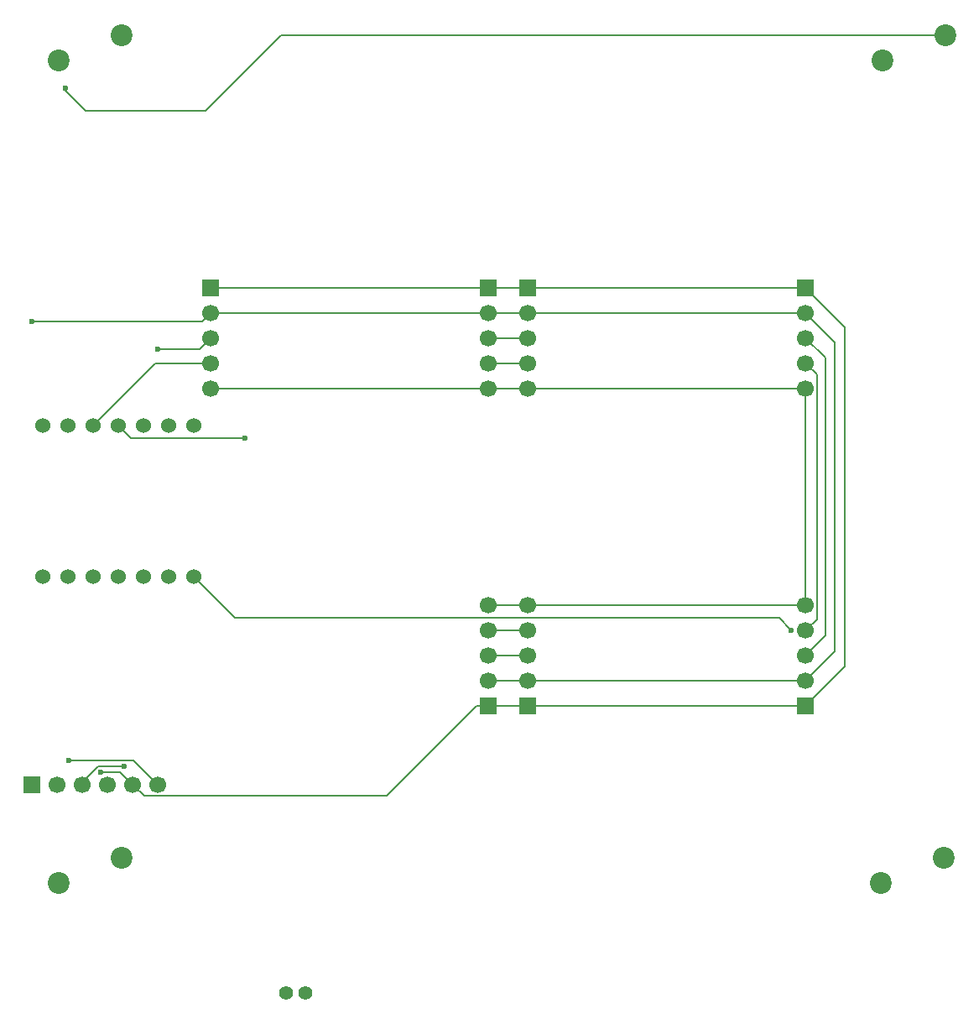
<source format=gbr>
%TF.GenerationSoftware,KiCad,Pcbnew,9.0.4*%
%TF.CreationDate,2025-08-31T14:54:26-04:00*%
%TF.ProjectId,wordclock,776f7264-636c-46f6-936b-2e6b69636164,rev?*%
%TF.SameCoordinates,Original*%
%TF.FileFunction,Copper,L1,Top*%
%TF.FilePolarity,Positive*%
%FSLAX46Y46*%
G04 Gerber Fmt 4.6, Leading zero omitted, Abs format (unit mm)*
G04 Created by KiCad (PCBNEW 9.0.4) date 2025-08-31 14:54:26*
%MOMM*%
%LPD*%
G01*
G04 APERTURE LIST*
%TA.AperFunction,ComponentPad*%
%ADD10R,1.700000X1.700000*%
%TD*%
%TA.AperFunction,ComponentPad*%
%ADD11C,1.700000*%
%TD*%
%TA.AperFunction,ComponentPad*%
%ADD12C,2.200000*%
%TD*%
%TA.AperFunction,ComponentPad*%
%ADD13C,1.400000*%
%TD*%
%TA.AperFunction,ComponentPad*%
%ADD14C,1.524000*%
%TD*%
%TA.AperFunction,ViaPad*%
%ADD15C,0.600000*%
%TD*%
%TA.AperFunction,Conductor*%
%ADD16C,0.200000*%
%TD*%
G04 APERTURE END LIST*
D10*
%TO.P,J4,1,Pin_1*%
%TO.N,+3V3*%
X170500000Y-73960000D03*
D11*
%TO.P,J4,2,Pin_2*%
%TO.N,GND*%
X170500000Y-76500000D03*
%TO.P,J4,3,Pin_3*%
%TO.N,DIN3*%
X170500000Y-79040000D03*
%TO.P,J4,4,Pin_4*%
%TO.N,CS3*%
X170500000Y-81580000D03*
%TO.P,J4,5,Pin_5*%
%TO.N,CLK*%
X170500000Y-84120000D03*
%TD*%
D10*
%TO.P,J5,1,Pin_1*%
%TO.N,+3V3*%
X142500000Y-116160000D03*
D11*
%TO.P,J5,2,Pin_2*%
%TO.N,GND*%
X142500000Y-113620000D03*
%TO.P,J5,3,Pin_3*%
%TO.N,DIN4*%
X142500000Y-111080000D03*
%TO.P,J5,4,Pin_4*%
%TO.N,CS4*%
X142500000Y-108540000D03*
%TO.P,J5,5,Pin_5*%
%TO.N,CLK*%
X142500000Y-106000000D03*
%TD*%
D10*
%TO.P,J6,1,Pin_1*%
%TO.N,+3V3*%
X142500000Y-73960000D03*
D11*
%TO.P,J6,2,Pin_2*%
%TO.N,GND*%
X142500000Y-76500000D03*
%TO.P,J6,3,Pin_3*%
%TO.N,DIN2*%
X142500000Y-79040000D03*
%TO.P,J6,4,Pin_4*%
%TO.N,CS2*%
X142500000Y-81580000D03*
%TO.P,J6,5,Pin_5*%
%TO.N,CLK*%
X142500000Y-84120000D03*
%TD*%
D12*
%TO.P,SW3,1,1*%
%TO.N,B2*%
X184460000Y-131500000D03*
%TO.P,SW3,2,2*%
%TO.N,GND*%
X178110000Y-134040000D03*
%TD*%
D10*
%TO.P,J1,1,Pin_1*%
%TO.N,+3V3*%
X110500000Y-73960000D03*
D11*
%TO.P,J1,2,Pin_2*%
%TO.N,GND*%
X110500000Y-76500000D03*
%TO.P,J1,3,Pin_3*%
%TO.N,DIN*%
X110500000Y-79040000D03*
%TO.P,J1,4,Pin_4*%
%TO.N,CS*%
X110500000Y-81580000D03*
%TO.P,J1,5,Pin_5*%
%TO.N,CLK*%
X110500000Y-84120000D03*
%TD*%
D10*
%TO.P,J8,1,Pin_1*%
%TO.N,+3V3*%
X138500000Y-116160000D03*
D11*
%TO.P,J8,2,Pin_2*%
%TO.N,GND*%
X138500000Y-113620000D03*
%TO.P,J8,3,Pin_3*%
%TO.N,DIN4*%
X138500000Y-111080000D03*
%TO.P,J8,4,Pin_4*%
%TO.N,CS4*%
X138500000Y-108540000D03*
%TO.P,J8,5,Pin_5*%
%TO.N,CLK*%
X138500000Y-106000000D03*
%TD*%
D12*
%TO.P,SW4,1,1*%
%TO.N,B4*%
X101460000Y-131500000D03*
%TO.P,SW4,2,2*%
%TO.N,GND*%
X95110000Y-134040000D03*
%TD*%
D13*
%TO.P,R1,1*%
%TO.N,+3V3*%
X118100000Y-145080000D03*
%TO.P,R1,2*%
%TO.N,PHOTO*%
X120000000Y-145080000D03*
%TD*%
D10*
%TO.P,J3,1,Pin_1*%
%TO.N,+3V3*%
X138500000Y-73960000D03*
D11*
%TO.P,J3,2,Pin_2*%
%TO.N,GND*%
X138500000Y-76500000D03*
%TO.P,J3,3,Pin_3*%
%TO.N,DIN2*%
X138500000Y-79040000D03*
%TO.P,J3,4,Pin_4*%
%TO.N,CS2*%
X138500000Y-81580000D03*
%TO.P,J3,5,Pin_5*%
%TO.N,CLK*%
X138500000Y-84120000D03*
%TD*%
D10*
%TO.P,J7,1,Pin_1*%
%TO.N,+3V3*%
X170500000Y-116160000D03*
D11*
%TO.P,J7,2,Pin_2*%
%TO.N,GND*%
X170500000Y-113620000D03*
%TO.P,J7,3,Pin_3*%
%TO.N,DIN3*%
X170500000Y-111080000D03*
%TO.P,J7,4,Pin_4*%
%TO.N,CS3*%
X170500000Y-108540000D03*
%TO.P,J7,5,Pin_5*%
%TO.N,CLK*%
X170500000Y-106000000D03*
%TD*%
D12*
%TO.P,SW2,1,1*%
%TO.N,B3*%
X184620000Y-48500000D03*
%TO.P,SW2,2,2*%
%TO.N,GND*%
X178270000Y-51040000D03*
%TD*%
%TO.P,SW1,1,1*%
%TO.N,B1*%
X101460000Y-48500000D03*
%TO.P,SW1,2,2*%
%TO.N,GND*%
X95110000Y-51040000D03*
%TD*%
D10*
%TO.P,J2,1,Pin_1*%
%TO.N,unconnected-(J2-Pin_1-Pad1)*%
X92420000Y-124080000D03*
D11*
%TO.P,J2,2,Pin_2*%
%TO.N,unconnected-(J2-Pin_2-Pad2)*%
X94960000Y-124080000D03*
%TO.P,J2,3,Pin_3*%
%TO.N,SCL*%
X97500000Y-124080000D03*
%TO.P,J2,4,Pin_4*%
%TO.N,SDA*%
X100040000Y-124080000D03*
%TO.P,J2,5,Pin_5*%
%TO.N,+3V3*%
X102580000Y-124080000D03*
%TO.P,J2,6,Pin_6*%
%TO.N,GND*%
X105120000Y-124080000D03*
%TD*%
D14*
%TO.P,U1,1,GPIO26/ADC0/A0*%
%TO.N,B3*%
X93500000Y-87840000D03*
%TO.P,U1,2,GPIO27/ADC1/A1*%
%TO.N,B4*%
X96040000Y-87840000D03*
%TO.P,U1,3,GPIO28/ADC2/A2*%
%TO.N,CS*%
X98580000Y-87840000D03*
%TO.P,U1,4,GPIO29/ADC3/A3*%
%TO.N,PHOTO*%
X101120000Y-87840000D03*
%TO.P,U1,5,GPIO6/SDA*%
%TO.N,SDA*%
X103660000Y-87840000D03*
%TO.P,U1,6,GPIO7/SCL*%
%TO.N,SCL*%
X106200000Y-87840000D03*
%TO.P,U1,7,GPIO0/TX*%
%TO.N,B1*%
X108740000Y-87840000D03*
%TO.P,U1,8,GPIO1/RX*%
%TO.N,B2*%
X108740000Y-103080000D03*
%TO.P,U1,9,GPIO2/SCK*%
%TO.N,CLK*%
X106200000Y-103080000D03*
%TO.P,U1,10,GPIO4/MISO*%
%TO.N,unconnected-(U1-GPIO4{slash}MISO-Pad10)*%
X103660000Y-103080000D03*
%TO.P,U1,11,GPIO3/MOSI*%
%TO.N,DIN*%
X101120000Y-103080000D03*
%TO.P,U1,12,3V3*%
%TO.N,+3V3*%
X98580000Y-103080000D03*
%TO.P,U1,13,GND*%
%TO.N,GND*%
X96040000Y-103080000D03*
%TO.P,U1,14,VBUS*%
%TO.N,unconnected-(U1-VBUS-Pad14)*%
X93500000Y-103080000D03*
%TD*%
D15*
%TO.N,+3V3*%
X99374700Y-122822400D03*
%TO.N,DIN*%
X105117300Y-80171100D03*
%TO.N,GND*%
X96135000Y-121616900D03*
X92420200Y-77387900D03*
%TO.N,SCL*%
X101784700Y-122274300D03*
%TO.N,PHOTO*%
X113963100Y-89182300D03*
%TO.N,B3*%
X95805000Y-53799100D03*
%TO.N,B2*%
X169081100Y-108494100D03*
%TD*%
D16*
%TO.N,+3V3*%
X174500000Y-77960000D02*
X174500000Y-112160000D01*
X142500000Y-116160000D02*
X138500000Y-116160000D01*
X102580000Y-124080000D02*
X103743700Y-125243700D01*
X138500000Y-116160000D02*
X137348300Y-116160000D01*
X103743700Y-125243700D02*
X128264600Y-125243700D01*
X101322400Y-122822400D02*
X102580000Y-124080000D01*
X138500000Y-116160000D02*
X170500000Y-116160000D01*
X170500000Y-73960000D02*
X174500000Y-77960000D01*
X99374700Y-122822400D02*
X101322400Y-122822400D01*
X128264600Y-125243700D02*
X137348300Y-116160000D01*
X110500000Y-73960000D02*
X170500000Y-73960000D01*
X174500000Y-112160000D02*
X170500000Y-116160000D01*
%TO.N,CS*%
X98580000Y-87840000D02*
X104840000Y-81580000D01*
X104840000Y-81580000D02*
X110500000Y-81580000D01*
%TO.N,CLK*%
X142500000Y-84120000D02*
X138500000Y-84120000D01*
X142500000Y-106000000D02*
X138500000Y-106000000D01*
X110500000Y-84120000D02*
X170500000Y-84120000D01*
X170500000Y-84120000D02*
X170500000Y-106000000D01*
X170500000Y-106000000D02*
X138500000Y-106000000D01*
%TO.N,DIN*%
X109368900Y-80171100D02*
X105117300Y-80171100D01*
X110500000Y-79040000D02*
X109368900Y-80171100D01*
%TO.N,GND*%
X102656900Y-121616900D02*
X105120000Y-124080000D01*
X109612100Y-77387900D02*
X110500000Y-76500000D01*
X92420200Y-77387900D02*
X109612100Y-77387900D01*
X173500000Y-79500000D02*
X170500000Y-76500000D01*
X170500000Y-113620000D02*
X173500000Y-110620000D01*
X142500000Y-113620000D02*
X138500000Y-113620000D01*
X96135000Y-121616900D02*
X102656900Y-121616900D01*
X170500000Y-113620000D02*
X138500000Y-113620000D01*
X173500000Y-110620000D02*
X173500000Y-79500000D01*
X170500000Y-76500000D02*
X110500000Y-76500000D01*
%TO.N,SCL*%
X101784700Y-122274300D02*
X101731100Y-122220700D01*
X97500000Y-123846300D02*
X97500000Y-124080000D01*
X101784700Y-122220700D02*
X101784700Y-122274300D01*
X101784700Y-122274300D02*
X101784700Y-122220700D01*
X101731100Y-122220700D02*
X99125600Y-122220700D01*
X99125600Y-122220700D02*
X97500000Y-123846300D01*
%TO.N,PHOTO*%
X102462300Y-89182300D02*
X113963100Y-89182300D01*
X101120000Y-87840000D02*
X102462300Y-89182300D01*
%TO.N,B3*%
X97873400Y-56142200D02*
X95805000Y-54073800D01*
X95805000Y-53799100D02*
X95805000Y-54073800D01*
X184620000Y-48500000D02*
X117579000Y-48500000D01*
X109936800Y-56142200D02*
X97873400Y-56142200D01*
X95805000Y-54073800D02*
X95805000Y-53799100D01*
X117579000Y-48500000D02*
X109936800Y-56142200D01*
X95805000Y-54073800D02*
X95805000Y-53799100D01*
%TO.N,B2*%
X112930000Y-107270000D02*
X108740000Y-103080000D01*
X169081100Y-108494100D02*
X167857000Y-107270000D01*
X167857000Y-107270000D02*
X112930000Y-107270000D01*
%TO.N,DIN2*%
X138500000Y-79040000D02*
X142500000Y-79040000D01*
%TO.N,DIN3*%
X170500000Y-79040000D02*
X172500000Y-81040000D01*
X172500000Y-109080000D02*
X170500000Y-111080000D01*
X172500000Y-81040000D02*
X172500000Y-109080000D01*
%TO.N,DIN4*%
X142500000Y-111080000D02*
X138500000Y-111080000D01*
%TO.N,CS2*%
X138500000Y-81580000D02*
X142500000Y-81580000D01*
%TO.N,CS3*%
X171651000Y-82731000D02*
X170500000Y-81580000D01*
X171651000Y-107389000D02*
X171651000Y-82731000D01*
X170500000Y-108540000D02*
X171651000Y-107389000D01*
%TO.N,CS4*%
X142500000Y-108540000D02*
X138500000Y-108540000D01*
%TD*%
M02*

</source>
